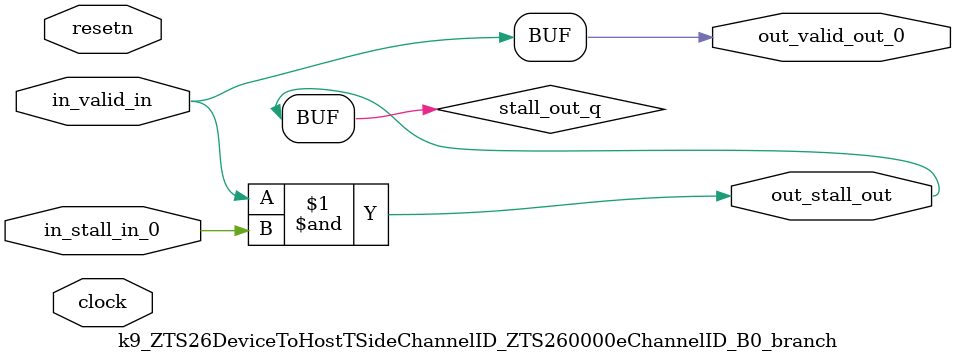
<source format=sv>



(* altera_attribute = "-name AUTO_SHIFT_REGISTER_RECOGNITION OFF; -name MESSAGE_DISABLE 10036; -name MESSAGE_DISABLE 10037; -name MESSAGE_DISABLE 14130; -name MESSAGE_DISABLE 14320; -name MESSAGE_DISABLE 15400; -name MESSAGE_DISABLE 14130; -name MESSAGE_DISABLE 10036; -name MESSAGE_DISABLE 12020; -name MESSAGE_DISABLE 12030; -name MESSAGE_DISABLE 12010; -name MESSAGE_DISABLE 12110; -name MESSAGE_DISABLE 14320; -name MESSAGE_DISABLE 13410; -name MESSAGE_DISABLE 113007; -name MESSAGE_DISABLE 10958" *)
module k9_ZTS26DeviceToHostTSideChannelID_ZTS260000eChannelID_B0_branch (
    input wire [0:0] in_stall_in_0,
    input wire [0:0] in_valid_in,
    output wire [0:0] out_stall_out,
    output wire [0:0] out_valid_out_0,
    input wire clock,
    input wire resetn
    );

    wire [0:0] stall_out_q;


    // stall_out(LOGICAL,6)
    assign stall_out_q = in_valid_in & in_stall_in_0;

    // out_stall_out(GPOUT,4)
    assign out_stall_out = stall_out_q;

    // out_valid_out_0(GPOUT,5)
    assign out_valid_out_0 = in_valid_in;

endmodule

</source>
